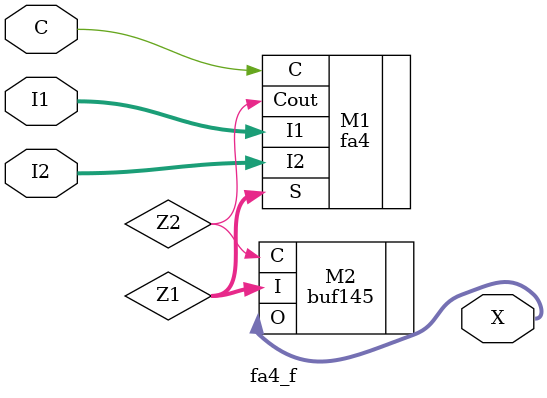
<source format=v>
module fa4_f (I1,I2,C,X); // full adder structure for the final circuit
  input[3:0] I1,I2;
  input C;
  output[4:0] X;
  wire[3:0] Z1;
  wire Z2; // calling structures of 4-bit full adder and concatenation buffer
  fa4 M1 (
   .I1(I1),
   .I2(I2),
   .C(C),
   .S(Z1),
   .Cout(Z2)
   );
  buf145 M2 (
   .C(Z2),
   .I(Z1),
   .O(X)
   );
 endmodule

</source>
